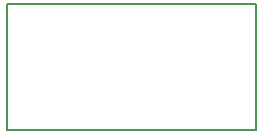
<source format=gko>
G04 #@! TF.GenerationSoftware,KiCad,Pcbnew,5.0.1*
G04 #@! TF.CreationDate,2018-12-16T12:16:20+01:00*
G04 #@! TF.ProjectId,PiAttenuator,5069417474656E7561746F722E6B6963,rev?*
G04 #@! TF.SameCoordinates,Original*
G04 #@! TF.FileFunction,Profile,NP*
%FSLAX46Y46*%
G04 Gerber Fmt 4.6, Leading zero omitted, Abs format (unit mm)*
G04 Created by KiCad (PCBNEW 5.0.1) date So 16 Dez 2018 12:16:20 CET*
%MOMM*%
%LPD*%
G01*
G04 APERTURE LIST*
%ADD10C,0.150000*%
G04 APERTURE END LIST*
D10*
X116586000Y-78486000D02*
X95504000Y-78486000D01*
X116586000Y-89154000D02*
X116586000Y-78486000D01*
X115824000Y-89154000D02*
X116586000Y-89154000D01*
X95504000Y-89154000D02*
X115824000Y-89154000D01*
X95504000Y-78486000D02*
X95504000Y-89154000D01*
M02*

</source>
